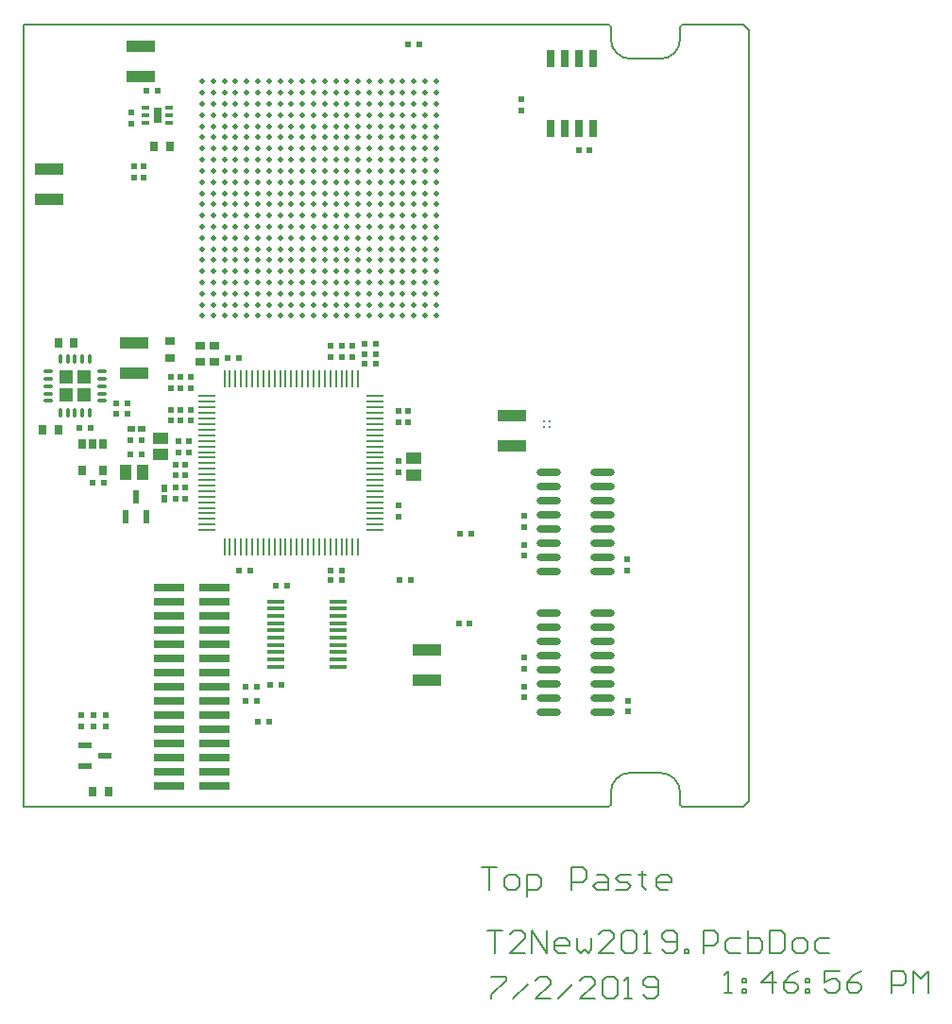
<source format=gtp>
G04*
G04 #@! TF.GenerationSoftware,Altium Limited,Altium Designer,18.1.11 (251)*
G04*
G04 Layer_Color=8421504*
%FSLAX44Y44*%
%MOMM*%
G71*
G01*
G75*
%ADD15C,0.1270*%
%ADD16C,0.1524*%
%ADD18R,0.8000X1.4000*%
%ADD19R,1.3000X1.3000*%
%ADD20R,0.6000X0.6000*%
%ADD21R,0.8000X1.5000*%
%ADD22O,2.2000X0.6000*%
%ADD23R,0.6000X0.6000*%
%ADD24R,0.6000X0.5000*%
%ADD25R,2.7940X0.7366*%
%ADD26R,0.6000X1.2000*%
%ADD27R,1.6500X0.3000*%
%ADD28R,2.6000X1.1000*%
%ADD29R,0.5000X0.6000*%
%ADD30R,0.8000X0.9000*%
%ADD31R,0.7000X0.3000*%
%ADD32R,1.2000X0.6000*%
%ADD33R,0.9000X0.7000*%
%ADD34R,0.7000X0.9000*%
%ADD35R,0.6500X0.9000*%
%ADD36R,1.1000X1.4000*%
%ADD37R,0.7000X0.6000*%
%ADD38R,1.4000X1.1000*%
%ADD39R,0.6000X0.7000*%
%ADD40O,0.3500X0.9500*%
%ADD41O,0.9500X0.3500*%
%ADD42C,0.2700*%
%ADD43O,0.2500X1.5500*%
%ADD44O,1.5500X0.2500*%
%ADD45C,0.5000*%
D15*
X200000Y200000D02*
X724500D01*
D16*
X611000Y145994D02*
X624329D01*
X617664D01*
Y126000D01*
X634326D02*
X640990D01*
X644323Y129332D01*
Y135997D01*
X640990Y139329D01*
X634326D01*
X630994Y135997D01*
Y129332D01*
X634326Y126000D01*
X650987Y119335D02*
Y139329D01*
X660984D01*
X664316Y135997D01*
Y129332D01*
X660984Y126000D01*
X650987D01*
X690974D02*
Y145994D01*
X700971D01*
X704303Y142661D01*
Y135997D01*
X700971Y132664D01*
X690974D01*
X714300Y139329D02*
X720965D01*
X724297Y135997D01*
Y126000D01*
X714300D01*
X710968Y129332D01*
X714300Y132664D01*
X724297D01*
X730961Y126000D02*
X740958D01*
X744290Y129332D01*
X740958Y132664D01*
X734294D01*
X730961Y135997D01*
X734294Y139329D01*
X744290D01*
X754287Y142661D02*
Y139329D01*
X750955D01*
X757619D01*
X754287D01*
Y129332D01*
X757619Y126000D01*
X777613D02*
X770948D01*
X767616Y129332D01*
Y135997D01*
X770948Y139329D01*
X777613D01*
X780945Y135997D01*
Y132664D01*
X767616D01*
X790500Y901000D02*
G03*
X788500Y899000I0J-2000D01*
G01*
X726500D02*
G03*
X724500Y901000I-2000J0D01*
G01*
X726500Y888000D02*
G03*
X744000Y870500I17500J0D01*
G01*
X771000D02*
G03*
X788500Y888000I0J17500D01*
G01*
Y213000D02*
G03*
X771000Y230500I-17500J0D01*
G01*
X744000D02*
G03*
X726500Y213000I0J-17500D01*
G01*
X724500Y200000D02*
G03*
X726500Y202000I0J2000D01*
G01*
X788500D02*
G03*
X790500Y200000I2000J0D01*
G01*
X200000Y901000D02*
X724500D01*
X790500D02*
X845000D01*
X726500Y888000D02*
Y899000D01*
X788500Y888000D02*
Y899000D01*
X744000Y870500D02*
X771000D01*
X744000Y230500D02*
X771000D01*
X788500Y202000D02*
Y213000D01*
X726500Y202000D02*
Y213000D01*
X845000Y901000D02*
X850000Y896000D01*
Y205000D02*
Y896000D01*
X845000Y200000D02*
X850000Y205000D01*
X790500Y200000D02*
X845000D01*
X200000D02*
Y901000D01*
X616000Y88994D02*
X629329D01*
X622664D01*
Y69000D01*
X649323D02*
X635994D01*
X649323Y82329D01*
Y85661D01*
X645990Y88994D01*
X639326D01*
X635994Y85661D01*
X655987Y69000D02*
Y88994D01*
X669316Y69000D01*
Y88994D01*
X685977Y69000D02*
X679313D01*
X675981Y72332D01*
Y78997D01*
X679313Y82329D01*
X685977D01*
X689310Y78997D01*
Y75665D01*
X675981D01*
X695974Y82329D02*
Y72332D01*
X699306Y69000D01*
X702639Y72332D01*
X705971Y69000D01*
X709303Y72332D01*
Y82329D01*
X729297Y69000D02*
X715968D01*
X729297Y82329D01*
Y85661D01*
X725965Y88994D01*
X719300D01*
X715968Y85661D01*
X735961D02*
X739294Y88994D01*
X745958D01*
X749290Y85661D01*
Y72332D01*
X745958Y69000D01*
X739294D01*
X735961Y72332D01*
Y85661D01*
X755955Y69000D02*
X762619D01*
X759287D01*
Y88994D01*
X755955Y85661D01*
X772616Y72332D02*
X775948Y69000D01*
X782613D01*
X785945Y72332D01*
Y85661D01*
X782613Y88994D01*
X775948D01*
X772616Y85661D01*
Y82329D01*
X775948Y78997D01*
X785945D01*
X792610Y69000D02*
Y72332D01*
X795942D01*
Y69000D01*
X792610D01*
X809271D02*
Y88994D01*
X819268D01*
X822600Y85661D01*
Y78997D01*
X819268Y75665D01*
X809271D01*
X842594Y82329D02*
X832597D01*
X829265Y78997D01*
Y72332D01*
X832597Y69000D01*
X842594D01*
X849258Y88994D02*
Y69000D01*
X859255D01*
X862587Y72332D01*
Y75665D01*
Y78997D01*
X859255Y82329D01*
X849258D01*
X869252Y88994D02*
Y69000D01*
X879249D01*
X882581Y72332D01*
Y85661D01*
X879249Y88994D01*
X869252D01*
X892578Y69000D02*
X899242D01*
X902574Y72332D01*
Y78997D01*
X899242Y82329D01*
X892578D01*
X889245Y78997D01*
Y72332D01*
X892578Y69000D01*
X922568Y82329D02*
X912571D01*
X909239Y78997D01*
Y72332D01*
X912571Y69000D01*
X922568D01*
X619000Y47994D02*
X632329D01*
Y44661D01*
X619000Y31332D01*
Y28000D01*
X638994D02*
X652323Y41329D01*
X672316Y28000D02*
X658987D01*
X672316Y41329D01*
Y44661D01*
X668984Y47994D01*
X662319D01*
X658987Y44661D01*
X678981Y28000D02*
X692310Y41329D01*
X712303Y28000D02*
X698974D01*
X712303Y41329D01*
Y44661D01*
X708971Y47994D01*
X702307D01*
X698974Y44661D01*
X718968D02*
X722300Y47994D01*
X728965D01*
X732297Y44661D01*
Y31332D01*
X728965Y28000D01*
X722300D01*
X718968Y31332D01*
Y44661D01*
X738961Y28000D02*
X745626D01*
X742294D01*
Y47994D01*
X738961Y44661D01*
X755623Y31332D02*
X758955Y28000D01*
X765619D01*
X768952Y31332D01*
Y44661D01*
X765619Y47994D01*
X758955D01*
X755623Y44661D01*
Y41329D01*
X758955Y37997D01*
X768952D01*
X828000Y33000D02*
X834665D01*
X831332D01*
Y52994D01*
X828000Y49661D01*
X844661Y46329D02*
X847993D01*
Y42997D01*
X844661D01*
Y46329D01*
Y36332D02*
X847993D01*
Y33000D01*
X844661D01*
Y36332D01*
X871319Y33000D02*
Y52994D01*
X861323Y42997D01*
X874652D01*
X894645Y52994D02*
X887981Y49661D01*
X881316Y42997D01*
Y36332D01*
X884648Y33000D01*
X891313D01*
X894645Y36332D01*
Y39664D01*
X891313Y42997D01*
X881316D01*
X901310Y46329D02*
X904642D01*
Y42997D01*
X901310D01*
Y46329D01*
Y36332D02*
X904642D01*
Y33000D01*
X901310D01*
Y36332D01*
X931300Y52994D02*
X917971D01*
Y42997D01*
X924635Y46329D01*
X927968D01*
X931300Y42997D01*
Y36332D01*
X927968Y33000D01*
X921303D01*
X917971Y36332D01*
X951294Y52994D02*
X944629Y49661D01*
X937964Y42997D01*
Y36332D01*
X941297Y33000D01*
X947961D01*
X951294Y36332D01*
Y39664D01*
X947961Y42997D01*
X937964D01*
X977952Y33000D02*
Y52994D01*
X987948D01*
X991281Y49661D01*
Y42997D01*
X987948Y39664D01*
X977952D01*
X997945Y33000D02*
Y52994D01*
X1004610Y46329D01*
X1011274Y52994D01*
Y33000D01*
D18*
X320000Y819990D02*
D03*
D19*
X254000Y585000D02*
D03*
Y569000D02*
D03*
X238000Y585000D02*
D03*
Y569000D02*
D03*
D20*
X707644Y788162D02*
D03*
X697644D02*
D03*
X426000Y398000D02*
D03*
X436000D02*
D03*
X399000Y295000D02*
D03*
X409000D02*
D03*
X399000Y308000D02*
D03*
X409000D02*
D03*
X410000Y276000D02*
D03*
X420000D02*
D03*
X296000Y529000D02*
D03*
X306000D02*
D03*
X506000Y597000D02*
D03*
X516000D02*
D03*
X506000Y606000D02*
D03*
X516000D02*
D03*
X506000Y615000D02*
D03*
X516000D02*
D03*
X555000Y883000D02*
D03*
X545000D02*
D03*
X293000Y552000D02*
D03*
X283000D02*
D03*
X293000Y562000D02*
D03*
X283000D02*
D03*
D21*
X710438Y870966D02*
D03*
X697738D02*
D03*
X685038D02*
D03*
X672338D02*
D03*
X710438Y807966D02*
D03*
X697738D02*
D03*
X685038D02*
D03*
X672338D02*
D03*
D22*
X719000Y410550D02*
D03*
Y423250D02*
D03*
Y435950D02*
D03*
Y448650D02*
D03*
Y461350D02*
D03*
Y474050D02*
D03*
Y486750D02*
D03*
Y499450D02*
D03*
X671000Y410550D02*
D03*
Y423250D02*
D03*
Y435950D02*
D03*
Y448650D02*
D03*
Y461350D02*
D03*
Y474050D02*
D03*
Y486750D02*
D03*
Y499450D02*
D03*
X719000Y284550D02*
D03*
Y297250D02*
D03*
Y309950D02*
D03*
Y322650D02*
D03*
Y335350D02*
D03*
Y348050D02*
D03*
Y360750D02*
D03*
Y373450D02*
D03*
X671000Y284550D02*
D03*
Y297250D02*
D03*
Y309950D02*
D03*
Y322650D02*
D03*
Y335350D02*
D03*
Y348050D02*
D03*
Y360750D02*
D03*
Y373450D02*
D03*
D23*
X742000Y285350D02*
D03*
Y295350D02*
D03*
X741000Y422000D02*
D03*
Y412000D02*
D03*
X649000Y298000D02*
D03*
Y308000D02*
D03*
Y435000D02*
D03*
Y425000D02*
D03*
X252000Y282000D02*
D03*
Y272000D02*
D03*
X263000Y282000D02*
D03*
Y272000D02*
D03*
X274000Y272000D02*
D03*
Y282000D02*
D03*
X332000Y575000D02*
D03*
Y585000D02*
D03*
X332000Y556000D02*
D03*
Y546000D02*
D03*
X495000Y603000D02*
D03*
Y613000D02*
D03*
X485000Y603000D02*
D03*
Y613000D02*
D03*
X475000Y603000D02*
D03*
Y613000D02*
D03*
X646430Y833976D02*
D03*
Y823976D02*
D03*
D24*
X590000Y364000D02*
D03*
X600000D02*
D03*
X591000Y445000D02*
D03*
X601000D02*
D03*
X306000Y516000D02*
D03*
X296000D02*
D03*
X431000Y309000D02*
D03*
X421000D02*
D03*
X310000Y842000D02*
D03*
X320000D02*
D03*
X272000Y490500D02*
D03*
X262000D02*
D03*
X403000Y412000D02*
D03*
X393000D02*
D03*
X383000Y602000D02*
D03*
X393000D02*
D03*
X260000Y540000D02*
D03*
X250000D02*
D03*
X475000Y412000D02*
D03*
X485000D02*
D03*
X475000Y403000D02*
D03*
X485000D02*
D03*
X537000D02*
D03*
X547000D02*
D03*
D25*
X330360Y307900D02*
D03*
Y384100D02*
D03*
X371000D02*
D03*
X330360Y371400D02*
D03*
X371000D02*
D03*
X330360Y358700D02*
D03*
X371000D02*
D03*
X330360Y346000D02*
D03*
X371000D02*
D03*
X330360Y333300D02*
D03*
X371000D02*
D03*
X330360Y320600D02*
D03*
X371000D02*
D03*
Y307900D02*
D03*
X330360Y219000D02*
D03*
Y295200D02*
D03*
X371000D02*
D03*
X330360Y282500D02*
D03*
X371000D02*
D03*
X330360Y269800D02*
D03*
X371000D02*
D03*
X330360Y257100D02*
D03*
X371000D02*
D03*
X330360Y244400D02*
D03*
X371000D02*
D03*
X330360Y231700D02*
D03*
X371000D02*
D03*
Y219000D02*
D03*
Y396800D02*
D03*
X330360D02*
D03*
D26*
X291500Y460000D02*
D03*
X310500D02*
D03*
X301000Y478000D02*
D03*
D27*
X426250Y384250D02*
D03*
Y377750D02*
D03*
Y371250D02*
D03*
Y364750D02*
D03*
Y358250D02*
D03*
Y351750D02*
D03*
Y345250D02*
D03*
Y338750D02*
D03*
Y332250D02*
D03*
Y325750D02*
D03*
X481750Y384250D02*
D03*
Y377750D02*
D03*
Y371250D02*
D03*
Y364750D02*
D03*
Y358250D02*
D03*
Y351750D02*
D03*
Y345250D02*
D03*
Y338750D02*
D03*
Y332250D02*
D03*
Y325750D02*
D03*
D28*
X299000Y615500D02*
D03*
Y588500D02*
D03*
X305000Y881500D02*
D03*
Y854500D02*
D03*
X562000Y313500D02*
D03*
Y340500D02*
D03*
X223000Y744500D02*
D03*
Y771500D02*
D03*
X638000Y523500D02*
D03*
Y550500D02*
D03*
D29*
X299000Y774000D02*
D03*
Y764000D02*
D03*
X308000Y774000D02*
D03*
Y764000D02*
D03*
X297000Y812000D02*
D03*
Y822000D02*
D03*
X350000Y546000D02*
D03*
Y556000D02*
D03*
X341000Y585000D02*
D03*
Y575000D02*
D03*
X350000Y585000D02*
D03*
Y575000D02*
D03*
X341000Y556000D02*
D03*
Y546000D02*
D03*
X339000Y518000D02*
D03*
Y528000D02*
D03*
X348000Y518000D02*
D03*
Y528000D02*
D03*
X536000Y470000D02*
D03*
Y460000D02*
D03*
X336000Y476000D02*
D03*
Y486000D02*
D03*
X536000Y510000D02*
D03*
Y500000D02*
D03*
X345000Y476000D02*
D03*
Y486000D02*
D03*
X649000Y334000D02*
D03*
Y324000D02*
D03*
X345000Y497000D02*
D03*
Y507000D02*
D03*
X336000Y497000D02*
D03*
Y507000D02*
D03*
X536000Y545000D02*
D03*
Y555000D02*
D03*
X545000Y545000D02*
D03*
Y555000D02*
D03*
X649000Y461000D02*
D03*
Y451000D02*
D03*
D30*
X331000Y792000D02*
D03*
X317000D02*
D03*
X231000Y538000D02*
D03*
X217000D02*
D03*
X245000Y616000D02*
D03*
X231000D02*
D03*
D31*
X309500Y813500D02*
D03*
Y820000D02*
D03*
Y826500D02*
D03*
X330500D02*
D03*
Y820000D02*
D03*
Y813500D02*
D03*
D32*
X273000Y246000D02*
D03*
X255000Y236500D02*
D03*
Y255500D02*
D03*
D33*
X358000Y598500D02*
D03*
Y613500D02*
D03*
X371000Y598500D02*
D03*
Y613500D02*
D03*
X331000Y602500D02*
D03*
Y617500D02*
D03*
D34*
X261500Y214000D02*
D03*
X276500D02*
D03*
D35*
X271500Y525500D02*
D03*
X262000D02*
D03*
X252500D02*
D03*
Y501500D02*
D03*
X271500D02*
D03*
D36*
X306500Y500000D02*
D03*
X291500D02*
D03*
D37*
X296500Y539000D02*
D03*
X305500D02*
D03*
D38*
X323000Y515500D02*
D03*
Y530500D02*
D03*
X550000Y512500D02*
D03*
Y497500D02*
D03*
D39*
X326000Y476500D02*
D03*
Y485500D02*
D03*
D40*
X259000Y601250D02*
D03*
X252500D02*
D03*
X246000D02*
D03*
X239500D02*
D03*
X233000D02*
D03*
Y552750D02*
D03*
X239500D02*
D03*
X246000D02*
D03*
X252500D02*
D03*
X259000D02*
D03*
D41*
X221750Y590000D02*
D03*
Y583500D02*
D03*
Y577000D02*
D03*
Y570500D02*
D03*
Y564000D02*
D03*
X270250D02*
D03*
Y570500D02*
D03*
Y577000D02*
D03*
Y583500D02*
D03*
Y590000D02*
D03*
D42*
X666500Y540500D02*
D03*
Y545500D02*
D03*
X671500Y540500D02*
D03*
Y545500D02*
D03*
D43*
X500000Y432750D02*
D03*
X495000D02*
D03*
X490000D02*
D03*
X485000D02*
D03*
X480000D02*
D03*
X475000D02*
D03*
X470000D02*
D03*
X465000D02*
D03*
X460000D02*
D03*
X455000D02*
D03*
X450000D02*
D03*
X445000D02*
D03*
X440000D02*
D03*
X435000D02*
D03*
X430000D02*
D03*
X425000D02*
D03*
X420000D02*
D03*
X415000D02*
D03*
X410000D02*
D03*
X405000D02*
D03*
X400000D02*
D03*
X395000D02*
D03*
X390000D02*
D03*
X385000D02*
D03*
X380000D02*
D03*
Y583250D02*
D03*
X385000D02*
D03*
X390000D02*
D03*
X395000D02*
D03*
X400000D02*
D03*
X405000D02*
D03*
X410000D02*
D03*
X415000D02*
D03*
X420000D02*
D03*
X425000D02*
D03*
X430000D02*
D03*
X435000D02*
D03*
X440000D02*
D03*
X445000D02*
D03*
X450000D02*
D03*
X455000D02*
D03*
X460000D02*
D03*
X465000D02*
D03*
X470000D02*
D03*
X475000D02*
D03*
X480000D02*
D03*
X485000D02*
D03*
X490000D02*
D03*
X495000D02*
D03*
X500000D02*
D03*
D44*
X364750Y448000D02*
D03*
Y453000D02*
D03*
Y458000D02*
D03*
Y463000D02*
D03*
Y468000D02*
D03*
Y473000D02*
D03*
Y478000D02*
D03*
Y483000D02*
D03*
Y488000D02*
D03*
Y493000D02*
D03*
Y498000D02*
D03*
Y503000D02*
D03*
Y508000D02*
D03*
Y513000D02*
D03*
Y518000D02*
D03*
Y523000D02*
D03*
Y528000D02*
D03*
Y533000D02*
D03*
Y538000D02*
D03*
Y543000D02*
D03*
Y548000D02*
D03*
Y553000D02*
D03*
Y558000D02*
D03*
Y563000D02*
D03*
Y568000D02*
D03*
X515250D02*
D03*
Y563000D02*
D03*
Y558000D02*
D03*
Y553000D02*
D03*
Y548000D02*
D03*
Y543000D02*
D03*
Y538000D02*
D03*
Y533000D02*
D03*
Y528000D02*
D03*
Y523000D02*
D03*
Y518000D02*
D03*
Y513000D02*
D03*
Y508000D02*
D03*
Y503000D02*
D03*
Y498000D02*
D03*
Y493000D02*
D03*
Y488000D02*
D03*
Y483000D02*
D03*
Y478000D02*
D03*
Y473000D02*
D03*
Y468000D02*
D03*
Y463000D02*
D03*
Y458000D02*
D03*
Y453000D02*
D03*
Y448000D02*
D03*
D45*
X360000Y640000D02*
D03*
Y650000D02*
D03*
Y660000D02*
D03*
Y670000D02*
D03*
Y680000D02*
D03*
Y690000D02*
D03*
Y700000D02*
D03*
Y710000D02*
D03*
Y720000D02*
D03*
Y730000D02*
D03*
Y740000D02*
D03*
Y750000D02*
D03*
Y760000D02*
D03*
Y770000D02*
D03*
Y780000D02*
D03*
Y790000D02*
D03*
Y800000D02*
D03*
Y810000D02*
D03*
Y820000D02*
D03*
Y830000D02*
D03*
Y840000D02*
D03*
Y850000D02*
D03*
X370000Y640000D02*
D03*
Y650000D02*
D03*
Y660000D02*
D03*
Y670000D02*
D03*
Y680000D02*
D03*
Y690000D02*
D03*
Y700000D02*
D03*
Y710000D02*
D03*
Y720000D02*
D03*
Y730000D02*
D03*
Y740000D02*
D03*
Y750000D02*
D03*
Y760000D02*
D03*
Y770000D02*
D03*
Y780000D02*
D03*
Y790000D02*
D03*
Y800000D02*
D03*
Y810000D02*
D03*
Y820000D02*
D03*
Y830000D02*
D03*
Y840000D02*
D03*
Y850000D02*
D03*
X380000Y640000D02*
D03*
Y650000D02*
D03*
Y660000D02*
D03*
Y670000D02*
D03*
Y680000D02*
D03*
Y690000D02*
D03*
Y700000D02*
D03*
Y710000D02*
D03*
Y720000D02*
D03*
Y730000D02*
D03*
Y740000D02*
D03*
Y750000D02*
D03*
Y760000D02*
D03*
Y770000D02*
D03*
Y780000D02*
D03*
Y790000D02*
D03*
Y800000D02*
D03*
Y810000D02*
D03*
Y820000D02*
D03*
Y830000D02*
D03*
Y840000D02*
D03*
Y850000D02*
D03*
X390000Y640000D02*
D03*
Y650000D02*
D03*
Y660000D02*
D03*
Y670000D02*
D03*
Y680000D02*
D03*
Y690000D02*
D03*
Y700000D02*
D03*
Y710000D02*
D03*
Y720000D02*
D03*
Y730000D02*
D03*
Y740000D02*
D03*
Y750000D02*
D03*
Y760000D02*
D03*
Y770000D02*
D03*
Y780000D02*
D03*
Y790000D02*
D03*
Y800000D02*
D03*
Y810000D02*
D03*
Y820000D02*
D03*
Y830000D02*
D03*
Y840000D02*
D03*
Y850000D02*
D03*
X400000Y640000D02*
D03*
Y650000D02*
D03*
Y660000D02*
D03*
Y670000D02*
D03*
Y680000D02*
D03*
Y690000D02*
D03*
Y700000D02*
D03*
Y710000D02*
D03*
Y720000D02*
D03*
Y730000D02*
D03*
Y740000D02*
D03*
Y750000D02*
D03*
Y760000D02*
D03*
Y770000D02*
D03*
Y780000D02*
D03*
Y790000D02*
D03*
Y800000D02*
D03*
Y810000D02*
D03*
Y820000D02*
D03*
Y830000D02*
D03*
Y840000D02*
D03*
Y850000D02*
D03*
X410000Y640000D02*
D03*
Y650000D02*
D03*
Y660000D02*
D03*
Y670000D02*
D03*
Y680000D02*
D03*
Y690000D02*
D03*
Y700000D02*
D03*
Y710000D02*
D03*
Y720000D02*
D03*
Y730000D02*
D03*
Y740000D02*
D03*
Y750000D02*
D03*
Y760000D02*
D03*
Y770000D02*
D03*
Y780000D02*
D03*
Y790000D02*
D03*
Y800000D02*
D03*
Y810000D02*
D03*
Y820000D02*
D03*
Y830000D02*
D03*
Y840000D02*
D03*
Y850000D02*
D03*
X420000Y640000D02*
D03*
Y650000D02*
D03*
Y660000D02*
D03*
Y670000D02*
D03*
Y680000D02*
D03*
Y690000D02*
D03*
Y700000D02*
D03*
Y710000D02*
D03*
Y720000D02*
D03*
Y730000D02*
D03*
Y740000D02*
D03*
Y750000D02*
D03*
Y760000D02*
D03*
Y770000D02*
D03*
Y780000D02*
D03*
Y790000D02*
D03*
Y800000D02*
D03*
Y810000D02*
D03*
Y820000D02*
D03*
Y830000D02*
D03*
Y840000D02*
D03*
Y850000D02*
D03*
X430000Y640000D02*
D03*
Y650000D02*
D03*
Y660000D02*
D03*
Y670000D02*
D03*
Y680000D02*
D03*
Y690000D02*
D03*
Y700000D02*
D03*
Y710000D02*
D03*
Y720000D02*
D03*
Y730000D02*
D03*
Y740000D02*
D03*
Y750000D02*
D03*
Y760000D02*
D03*
Y770000D02*
D03*
Y780000D02*
D03*
Y790000D02*
D03*
Y800000D02*
D03*
Y810000D02*
D03*
Y820000D02*
D03*
Y830000D02*
D03*
Y840000D02*
D03*
Y850000D02*
D03*
X440000Y640000D02*
D03*
Y650000D02*
D03*
Y660000D02*
D03*
Y670000D02*
D03*
Y680000D02*
D03*
Y690000D02*
D03*
Y700000D02*
D03*
Y710000D02*
D03*
Y720000D02*
D03*
Y730000D02*
D03*
Y740000D02*
D03*
Y750000D02*
D03*
Y760000D02*
D03*
Y770000D02*
D03*
Y780000D02*
D03*
Y790000D02*
D03*
Y800000D02*
D03*
Y810000D02*
D03*
Y820000D02*
D03*
Y830000D02*
D03*
Y840000D02*
D03*
Y850000D02*
D03*
X450000Y640000D02*
D03*
Y650000D02*
D03*
Y660000D02*
D03*
Y670000D02*
D03*
Y680000D02*
D03*
Y690000D02*
D03*
Y700000D02*
D03*
Y710000D02*
D03*
Y720000D02*
D03*
Y730000D02*
D03*
Y740000D02*
D03*
Y750000D02*
D03*
Y760000D02*
D03*
Y770000D02*
D03*
Y780000D02*
D03*
Y790000D02*
D03*
Y800000D02*
D03*
Y810000D02*
D03*
Y820000D02*
D03*
Y830000D02*
D03*
Y840000D02*
D03*
Y850000D02*
D03*
X460000Y640000D02*
D03*
Y650000D02*
D03*
Y660000D02*
D03*
Y670000D02*
D03*
Y680000D02*
D03*
Y690000D02*
D03*
Y700000D02*
D03*
Y710000D02*
D03*
Y720000D02*
D03*
Y730000D02*
D03*
Y740000D02*
D03*
Y750000D02*
D03*
Y760000D02*
D03*
Y770000D02*
D03*
Y780000D02*
D03*
Y790000D02*
D03*
Y800000D02*
D03*
Y810000D02*
D03*
Y820000D02*
D03*
Y830000D02*
D03*
Y840000D02*
D03*
Y850000D02*
D03*
X470000Y640000D02*
D03*
Y650000D02*
D03*
Y660000D02*
D03*
Y670000D02*
D03*
Y680000D02*
D03*
Y690000D02*
D03*
Y700000D02*
D03*
Y710000D02*
D03*
Y720000D02*
D03*
Y730000D02*
D03*
Y740000D02*
D03*
Y750000D02*
D03*
Y760000D02*
D03*
Y770000D02*
D03*
Y780000D02*
D03*
Y790000D02*
D03*
Y800000D02*
D03*
Y810000D02*
D03*
Y820000D02*
D03*
Y830000D02*
D03*
Y840000D02*
D03*
Y850000D02*
D03*
X480000Y640000D02*
D03*
Y650000D02*
D03*
Y660000D02*
D03*
Y670000D02*
D03*
Y680000D02*
D03*
Y690000D02*
D03*
Y700000D02*
D03*
Y710000D02*
D03*
Y720000D02*
D03*
Y730000D02*
D03*
Y740000D02*
D03*
Y750000D02*
D03*
Y760000D02*
D03*
Y770000D02*
D03*
Y780000D02*
D03*
Y790000D02*
D03*
Y800000D02*
D03*
Y810000D02*
D03*
Y820000D02*
D03*
Y830000D02*
D03*
Y840000D02*
D03*
Y850000D02*
D03*
X490000Y640000D02*
D03*
Y650000D02*
D03*
Y660000D02*
D03*
Y670000D02*
D03*
Y680000D02*
D03*
Y690000D02*
D03*
Y700000D02*
D03*
Y710000D02*
D03*
Y720000D02*
D03*
Y730000D02*
D03*
Y740000D02*
D03*
Y750000D02*
D03*
Y760000D02*
D03*
Y770000D02*
D03*
Y780000D02*
D03*
Y790000D02*
D03*
Y800000D02*
D03*
Y810000D02*
D03*
Y820000D02*
D03*
Y830000D02*
D03*
Y840000D02*
D03*
Y850000D02*
D03*
X500000Y640000D02*
D03*
Y650000D02*
D03*
Y660000D02*
D03*
Y670000D02*
D03*
Y680000D02*
D03*
Y690000D02*
D03*
Y700000D02*
D03*
Y710000D02*
D03*
Y720000D02*
D03*
Y730000D02*
D03*
Y740000D02*
D03*
Y750000D02*
D03*
Y760000D02*
D03*
Y770000D02*
D03*
Y780000D02*
D03*
Y790000D02*
D03*
Y800000D02*
D03*
Y810000D02*
D03*
Y820000D02*
D03*
Y830000D02*
D03*
Y840000D02*
D03*
Y850000D02*
D03*
X510000Y640000D02*
D03*
Y650000D02*
D03*
Y660000D02*
D03*
Y670000D02*
D03*
Y680000D02*
D03*
Y690000D02*
D03*
Y700000D02*
D03*
Y710000D02*
D03*
Y720000D02*
D03*
Y730000D02*
D03*
Y740000D02*
D03*
Y750000D02*
D03*
Y760000D02*
D03*
Y770000D02*
D03*
Y780000D02*
D03*
Y790000D02*
D03*
Y800000D02*
D03*
Y810000D02*
D03*
Y820000D02*
D03*
Y830000D02*
D03*
Y840000D02*
D03*
Y850000D02*
D03*
X520000Y640000D02*
D03*
Y650000D02*
D03*
Y660000D02*
D03*
Y670000D02*
D03*
Y680000D02*
D03*
Y690000D02*
D03*
Y700000D02*
D03*
Y710000D02*
D03*
Y720000D02*
D03*
Y730000D02*
D03*
Y740000D02*
D03*
Y750000D02*
D03*
Y760000D02*
D03*
Y770000D02*
D03*
Y780000D02*
D03*
Y790000D02*
D03*
Y800000D02*
D03*
Y810000D02*
D03*
Y820000D02*
D03*
Y830000D02*
D03*
Y840000D02*
D03*
Y850000D02*
D03*
X530000Y640000D02*
D03*
Y650000D02*
D03*
Y660000D02*
D03*
Y670000D02*
D03*
Y680000D02*
D03*
Y690000D02*
D03*
Y700000D02*
D03*
Y710000D02*
D03*
Y720000D02*
D03*
Y730000D02*
D03*
Y740000D02*
D03*
Y750000D02*
D03*
Y760000D02*
D03*
Y770000D02*
D03*
Y780000D02*
D03*
Y790000D02*
D03*
Y800000D02*
D03*
Y810000D02*
D03*
Y820000D02*
D03*
Y830000D02*
D03*
Y840000D02*
D03*
Y850000D02*
D03*
X540000Y640000D02*
D03*
Y650000D02*
D03*
Y660000D02*
D03*
Y670000D02*
D03*
Y680000D02*
D03*
Y690000D02*
D03*
Y700000D02*
D03*
Y710000D02*
D03*
Y720000D02*
D03*
Y730000D02*
D03*
Y740000D02*
D03*
Y750000D02*
D03*
Y760000D02*
D03*
Y770000D02*
D03*
Y780000D02*
D03*
Y790000D02*
D03*
Y800000D02*
D03*
Y810000D02*
D03*
Y820000D02*
D03*
Y830000D02*
D03*
Y840000D02*
D03*
Y850000D02*
D03*
X550000Y640000D02*
D03*
Y650000D02*
D03*
Y660000D02*
D03*
Y670000D02*
D03*
Y680000D02*
D03*
Y690000D02*
D03*
Y700000D02*
D03*
Y710000D02*
D03*
Y720000D02*
D03*
Y730000D02*
D03*
Y740000D02*
D03*
Y750000D02*
D03*
Y760000D02*
D03*
Y770000D02*
D03*
Y780000D02*
D03*
Y790000D02*
D03*
Y800000D02*
D03*
Y810000D02*
D03*
Y820000D02*
D03*
Y830000D02*
D03*
Y840000D02*
D03*
Y850000D02*
D03*
X560000Y640000D02*
D03*
Y650000D02*
D03*
Y660000D02*
D03*
Y670000D02*
D03*
Y680000D02*
D03*
Y690000D02*
D03*
Y700000D02*
D03*
Y710000D02*
D03*
Y720000D02*
D03*
Y730000D02*
D03*
Y740000D02*
D03*
Y750000D02*
D03*
Y760000D02*
D03*
Y770000D02*
D03*
Y780000D02*
D03*
Y790000D02*
D03*
Y800000D02*
D03*
Y810000D02*
D03*
Y820000D02*
D03*
Y830000D02*
D03*
Y840000D02*
D03*
Y850000D02*
D03*
X570000Y640000D02*
D03*
Y650000D02*
D03*
Y660000D02*
D03*
Y670000D02*
D03*
Y680000D02*
D03*
Y690000D02*
D03*
Y700000D02*
D03*
Y710000D02*
D03*
Y720000D02*
D03*
Y730000D02*
D03*
Y740000D02*
D03*
Y750000D02*
D03*
Y760000D02*
D03*
Y770000D02*
D03*
Y780000D02*
D03*
Y790000D02*
D03*
Y800000D02*
D03*
Y810000D02*
D03*
Y820000D02*
D03*
Y830000D02*
D03*
Y840000D02*
D03*
Y850000D02*
D03*
M02*

</source>
